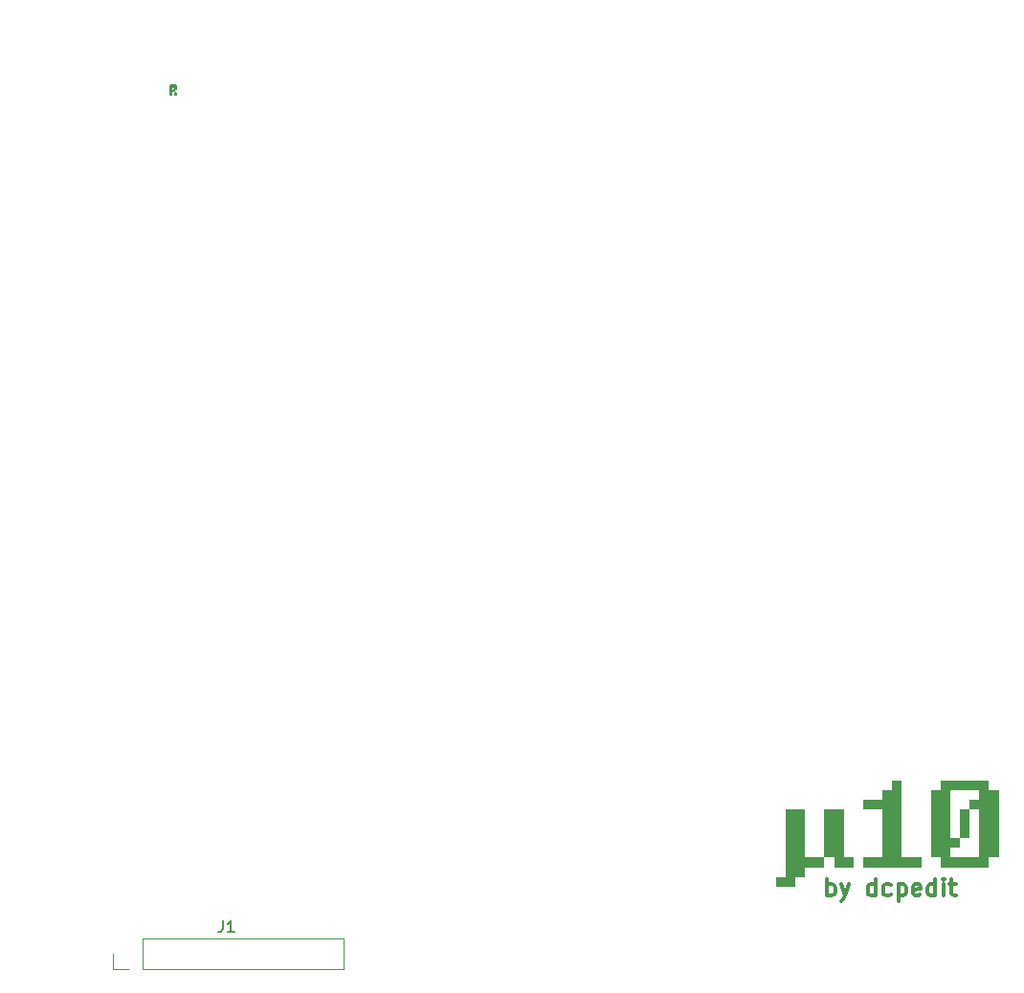
<source format=gto>
G04 #@! TF.GenerationSoftware,KiCad,Pcbnew,(6.0.1-0)*
G04 #@! TF.CreationDate,2022-03-18T18:41:34-07:00*
G04 #@! TF.ProjectId,micro10,6d696372-6f31-4302-9e6b-696361645f70,1*
G04 #@! TF.SameCoordinates,Original*
G04 #@! TF.FileFunction,Legend,Top*
G04 #@! TF.FilePolarity,Positive*
%FSLAX46Y46*%
G04 Gerber Fmt 4.6, Leading zero omitted, Abs format (unit mm)*
G04 Created by KiCad (PCBNEW (6.0.1-0)) date 2022-03-18 18:41:34*
%MOMM*%
%LPD*%
G01*
G04 APERTURE LIST*
%ADD10C,0.300000*%
%ADD11C,0.150000*%
%ADD12C,0.120000*%
%ADD13R,1.752600X1.752600*%
%ADD14C,1.752600*%
%ADD15C,3.987800*%
%ADD16C,1.750000*%
%ADD17C,3.000000*%
%ADD18C,3.048000*%
%ADD19R,1.700000X1.700000*%
%ADD20O,1.700000X1.700000*%
%ADD21C,1.200000*%
%ADD22C,2.100000*%
G04 APERTURE END LIST*
D10*
X210963571Y-111549571D02*
X210963571Y-110049571D01*
X210963571Y-110621000D02*
X211106428Y-110549571D01*
X211392142Y-110549571D01*
X211535000Y-110621000D01*
X211606428Y-110692428D01*
X211677857Y-110835285D01*
X211677857Y-111263857D01*
X211606428Y-111406714D01*
X211535000Y-111478142D01*
X211392142Y-111549571D01*
X211106428Y-111549571D01*
X210963571Y-111478142D01*
X212177857Y-110549571D02*
X212535000Y-111549571D01*
X212892142Y-110549571D02*
X212535000Y-111549571D01*
X212392142Y-111906714D01*
X212320714Y-111978142D01*
X212177857Y-112049571D01*
X215249285Y-111549571D02*
X215249285Y-110049571D01*
X215249285Y-111478142D02*
X215106428Y-111549571D01*
X214820714Y-111549571D01*
X214677857Y-111478142D01*
X214606428Y-111406714D01*
X214535000Y-111263857D01*
X214535000Y-110835285D01*
X214606428Y-110692428D01*
X214677857Y-110621000D01*
X214820714Y-110549571D01*
X215106428Y-110549571D01*
X215249285Y-110621000D01*
X216606428Y-111478142D02*
X216463571Y-111549571D01*
X216177857Y-111549571D01*
X216035000Y-111478142D01*
X215963571Y-111406714D01*
X215892142Y-111263857D01*
X215892142Y-110835285D01*
X215963571Y-110692428D01*
X216035000Y-110621000D01*
X216177857Y-110549571D01*
X216463571Y-110549571D01*
X216606428Y-110621000D01*
X217249285Y-110549571D02*
X217249285Y-112049571D01*
X217249285Y-110621000D02*
X217392142Y-110549571D01*
X217677857Y-110549571D01*
X217820714Y-110621000D01*
X217892142Y-110692428D01*
X217963571Y-110835285D01*
X217963571Y-111263857D01*
X217892142Y-111406714D01*
X217820714Y-111478142D01*
X217677857Y-111549571D01*
X217392142Y-111549571D01*
X217249285Y-111478142D01*
X219177857Y-111478142D02*
X219035000Y-111549571D01*
X218749285Y-111549571D01*
X218606428Y-111478142D01*
X218535000Y-111335285D01*
X218535000Y-110763857D01*
X218606428Y-110621000D01*
X218749285Y-110549571D01*
X219035000Y-110549571D01*
X219177857Y-110621000D01*
X219249285Y-110763857D01*
X219249285Y-110906714D01*
X218535000Y-111049571D01*
X220535000Y-111549571D02*
X220535000Y-110049571D01*
X220535000Y-111478142D02*
X220392142Y-111549571D01*
X220106428Y-111549571D01*
X219963571Y-111478142D01*
X219892142Y-111406714D01*
X219820714Y-111263857D01*
X219820714Y-110835285D01*
X219892142Y-110692428D01*
X219963571Y-110621000D01*
X220106428Y-110549571D01*
X220392142Y-110549571D01*
X220535000Y-110621000D01*
X221249285Y-111549571D02*
X221249285Y-110549571D01*
X221249285Y-110049571D02*
X221177857Y-110121000D01*
X221249285Y-110192428D01*
X221320714Y-110121000D01*
X221249285Y-110049571D01*
X221249285Y-110192428D01*
X221749285Y-110549571D02*
X222320714Y-110549571D01*
X221963571Y-110049571D02*
X221963571Y-111335285D01*
X222035000Y-111478142D01*
X222177857Y-111549571D01*
X222320714Y-111549571D01*
D11*
X157479166Y-113752380D02*
X157479166Y-114466666D01*
X157431547Y-114609523D01*
X157336309Y-114704761D01*
X157193452Y-114752380D01*
X157098214Y-114752380D01*
X158479166Y-114752380D02*
X157907738Y-114752380D01*
X158193452Y-114752380D02*
X158193452Y-113752380D01*
X158098214Y-113895238D01*
X158002976Y-113990476D01*
X157907738Y-114038095D01*
G36*
X208994741Y-108182876D02*
G01*
X210701662Y-108182876D01*
X210701662Y-109048207D01*
X208994741Y-109048207D01*
X208994741Y-109888087D01*
X208128542Y-109888087D01*
X208128542Y-110753417D01*
X206421622Y-110753417D01*
X206421622Y-109888087D01*
X207287820Y-109888087D01*
X207287820Y-103907125D01*
X208994741Y-103907125D01*
X208994741Y-108182876D01*
G37*
G36*
X212434059Y-108182876D02*
G01*
X213274781Y-108182876D01*
X213274781Y-109048207D01*
X211567860Y-109048207D01*
X211567860Y-108182876D01*
X210701662Y-108182876D01*
X210701662Y-103907125D01*
X212434059Y-103907125D01*
X212434059Y-108182876D01*
G37*
G36*
X217554821Y-108182876D02*
G01*
X219287218Y-108182876D01*
X219287218Y-109048207D01*
X214140980Y-109048207D01*
X214140980Y-108182876D01*
X215847900Y-108182876D01*
X215847900Y-103907125D01*
X214140980Y-103907125D01*
X214140980Y-103041794D01*
X215847900Y-103041794D01*
X215847900Y-102201914D01*
X216714099Y-102201914D01*
X216714099Y-101336584D01*
X217554821Y-101336584D01*
X217554821Y-108182876D01*
G37*
G36*
X220127940Y-102201914D02*
G01*
X220994139Y-102201914D01*
X220994139Y-101336584D01*
X225274179Y-101336584D01*
X225274179Y-102201914D01*
X226140378Y-102201914D01*
X226140378Y-108182876D01*
X225274179Y-108182876D01*
X225274179Y-109048207D01*
X220994139Y-109048207D01*
X220994139Y-108182876D01*
X221860338Y-108182876D01*
X224433457Y-108182876D01*
X224433457Y-103907125D01*
X223567258Y-103907125D01*
X223567258Y-103041794D01*
X224433457Y-103041794D01*
X224433457Y-102201914D01*
X221860338Y-102201914D01*
X221860338Y-106477666D01*
X222701060Y-106477666D01*
X222701060Y-107317545D01*
X221860338Y-107317545D01*
X221860338Y-108182876D01*
X220994139Y-108182876D01*
X220127940Y-108182876D01*
X220127940Y-102201914D01*
G37*
G36*
X223567258Y-106477666D02*
G01*
X222701060Y-106477666D01*
X222701060Y-103907125D01*
X223567258Y-103907125D01*
X223567258Y-106477666D01*
G37*
X153162818Y-40251860D02*
X153162818Y-40351860D01*
X153162818Y-40351860D02*
X153062818Y-40351860D01*
X153062818Y-40351860D02*
X153062818Y-40251860D01*
X153062818Y-40251860D02*
X153162818Y-40251860D01*
G36*
X153162818Y-40351860D02*
G01*
X153062818Y-40351860D01*
X153062818Y-40251860D01*
X153162818Y-40251860D01*
X153162818Y-40351860D01*
G37*
X153162818Y-40351860D02*
X153062818Y-40351860D01*
X153062818Y-40251860D01*
X153162818Y-40251860D01*
X153162818Y-40351860D01*
X153362818Y-39851860D02*
X153362818Y-39951860D01*
X153362818Y-39951860D02*
X152862818Y-39951860D01*
X152862818Y-39951860D02*
X152862818Y-39851860D01*
X152862818Y-39851860D02*
X153362818Y-39851860D01*
G36*
X153362818Y-39951860D02*
G01*
X152862818Y-39951860D01*
X152862818Y-39851860D01*
X153362818Y-39851860D01*
X153362818Y-39951860D01*
G37*
X153362818Y-39951860D02*
X152862818Y-39951860D01*
X152862818Y-39851860D01*
X153362818Y-39851860D01*
X153362818Y-39951860D01*
X152962818Y-39851860D02*
X152962818Y-40651860D01*
X152962818Y-40651860D02*
X152862818Y-40651860D01*
X152862818Y-40651860D02*
X152862818Y-39851860D01*
X152862818Y-39851860D02*
X152962818Y-39851860D01*
G36*
X152962818Y-40651860D02*
G01*
X152862818Y-40651860D01*
X152862818Y-39851860D01*
X152962818Y-39851860D01*
X152962818Y-40651860D01*
G37*
X152962818Y-40651860D02*
X152862818Y-40651860D01*
X152862818Y-39851860D01*
X152962818Y-39851860D01*
X152962818Y-40651860D01*
X153362818Y-39851860D02*
X153362818Y-40151860D01*
X153362818Y-40151860D02*
X153262818Y-40151860D01*
X153262818Y-40151860D02*
X153262818Y-39851860D01*
X153262818Y-39851860D02*
X153362818Y-39851860D01*
G36*
X153362818Y-40151860D02*
G01*
X153262818Y-40151860D01*
X153262818Y-39851860D01*
X153362818Y-39851860D01*
X153362818Y-40151860D01*
G37*
X153362818Y-40151860D02*
X153262818Y-40151860D01*
X153262818Y-39851860D01*
X153362818Y-39851860D01*
X153362818Y-40151860D01*
X153362818Y-40451860D02*
X153362818Y-40651860D01*
X153362818Y-40651860D02*
X153262818Y-40651860D01*
X153262818Y-40651860D02*
X153262818Y-40451860D01*
X153262818Y-40451860D02*
X153362818Y-40451860D01*
G36*
X153362818Y-40651860D02*
G01*
X153262818Y-40651860D01*
X153262818Y-40451860D01*
X153362818Y-40451860D01*
X153362818Y-40651860D01*
G37*
X153362818Y-40651860D02*
X153262818Y-40651860D01*
X153262818Y-40451860D01*
X153362818Y-40451860D01*
X153362818Y-40651860D01*
D12*
X150351250Y-115351250D02*
X168191250Y-115351250D01*
X147751250Y-118011250D02*
X147751250Y-116681250D01*
X149081250Y-118011250D02*
X147751250Y-118011250D01*
X168191250Y-118011250D02*
X168191250Y-115351250D01*
X150351250Y-118011250D02*
X168191250Y-118011250D01*
X150351250Y-118011250D02*
X150351250Y-115351250D01*
D13*
X140811250Y-35242500D03*
D14*
X140811250Y-37782500D03*
X140811250Y-40322500D03*
X140811250Y-42862500D03*
X140811250Y-45402500D03*
X140811250Y-47942500D03*
X140811250Y-50482500D03*
X140811250Y-53022500D03*
X140811250Y-55562500D03*
X140811250Y-58102500D03*
X140811250Y-60642500D03*
X140811250Y-63182500D03*
X156051250Y-63182500D03*
X156051250Y-60642500D03*
X156051250Y-58102500D03*
X156051250Y-55562500D03*
X156051250Y-53022500D03*
X156051250Y-50482500D03*
X156051250Y-47942500D03*
X156051250Y-45402500D03*
X156051250Y-42862500D03*
X156051250Y-40322500D03*
X156051250Y-37782500D03*
X156051250Y-35242500D03*
X143351250Y-63182500D03*
X145891250Y-63182500D03*
X148431250Y-63182500D03*
X150971250Y-63182500D03*
X153511250Y-63182500D03*
%LPC*%
D13*
X140811250Y-35242500D03*
D14*
X140811250Y-37782500D03*
X140811250Y-40322500D03*
X140811250Y-42862500D03*
X140811250Y-45402500D03*
X140811250Y-47942500D03*
X140811250Y-50482500D03*
X140811250Y-53022500D03*
X140811250Y-55562500D03*
X140811250Y-58102500D03*
X140811250Y-60642500D03*
X140811250Y-63182500D03*
X156051250Y-63182500D03*
X156051250Y-60642500D03*
X156051250Y-58102500D03*
X156051250Y-55562500D03*
X156051250Y-53022500D03*
X156051250Y-50482500D03*
X156051250Y-47942500D03*
X156051250Y-45402500D03*
X156051250Y-42862500D03*
X156051250Y-40322500D03*
X156051250Y-37782500D03*
X156051250Y-35242500D03*
X143351250Y-63182500D03*
X145891250Y-63182500D03*
X148431250Y-63182500D03*
X150971250Y-63182500D03*
X153511250Y-63182500D03*
D15*
X74612500Y-106362500D03*
D16*
X69532500Y-106362500D03*
D17*
X70802500Y-103822500D03*
X77152500Y-101282500D03*
D16*
X79692500Y-106362500D03*
X196373750Y-68262500D03*
D17*
X193833750Y-63182500D03*
X187483750Y-65722500D03*
D15*
X191293750Y-68262500D03*
D16*
X186213750Y-68262500D03*
X152876250Y-106362500D03*
D15*
X91281250Y-98107500D03*
X157956250Y-106362500D03*
D17*
X160496250Y-101282500D03*
D18*
X224631250Y-113347500D03*
D17*
X154146250Y-103822500D03*
D16*
X163036250Y-106362500D03*
D18*
X91281250Y-113347500D03*
D15*
X224631250Y-98107500D03*
D16*
X148113750Y-68262500D03*
X158273750Y-68262500D03*
D17*
X150653750Y-73342500D03*
X157003750Y-70802500D03*
D15*
X153193750Y-68262500D03*
D16*
X148431250Y-44132500D03*
D17*
X145891250Y-53022500D03*
D15*
X148431250Y-49212500D03*
D16*
X148431250Y-54292500D03*
D17*
X143351250Y-46672500D03*
D19*
X149081250Y-116681250D03*
D20*
X151621250Y-116681250D03*
X154161250Y-116681250D03*
X156701250Y-116681250D03*
X159241250Y-116681250D03*
X161781250Y-116681250D03*
X164321250Y-116681250D03*
X166861250Y-116681250D03*
D16*
X241617500Y-68262500D03*
D17*
X232727500Y-65722500D03*
D15*
X236537500Y-68262500D03*
D16*
X231457500Y-68262500D03*
D17*
X239077500Y-63182500D03*
X111283750Y-65722500D03*
X117633750Y-63182500D03*
D15*
X115093750Y-68262500D03*
D16*
X110013750Y-68262500D03*
X120173750Y-68262500D03*
D17*
X170021250Y-44132500D03*
D15*
X167481250Y-49212500D03*
D17*
X163671250Y-46672500D03*
D16*
X162401250Y-49212500D03*
X172561250Y-49212500D03*
X238601250Y-106362500D03*
D17*
X239871250Y-103822500D03*
X246221250Y-101282500D03*
D16*
X248761250Y-106362500D03*
D15*
X243681250Y-106362500D03*
D16*
X136842500Y-106362500D03*
D18*
X119824500Y-113347500D03*
D15*
X119824500Y-98107500D03*
D18*
X143700500Y-113347500D03*
D16*
X126682500Y-106362500D03*
D17*
X127952500Y-103822500D03*
D15*
X143700500Y-98107500D03*
X131762500Y-106362500D03*
D17*
X134302500Y-101282500D03*
D15*
X124618750Y-87312500D03*
D16*
X119538750Y-87312500D03*
D17*
X120808750Y-84772500D03*
D16*
X129698750Y-87312500D03*
D17*
X127158750Y-82232500D03*
X168433750Y-65722500D03*
D15*
X172243750Y-68262500D03*
D17*
X174783750Y-63182500D03*
D16*
X177323750Y-68262500D03*
X167163750Y-68262500D03*
D17*
X131603750Y-73342500D03*
D15*
X134143750Y-68262500D03*
D17*
X137953750Y-70802500D03*
D16*
X139223750Y-68262500D03*
X129063750Y-68262500D03*
D17*
X101758750Y-84772500D03*
D16*
X100488750Y-87312500D03*
D15*
X105568750Y-87312500D03*
D16*
X110648750Y-87312500D03*
D17*
X108108750Y-82232500D03*
D16*
X205898750Y-87312500D03*
X195738750Y-87312500D03*
D17*
X197008750Y-84772500D03*
X203358750Y-82232500D03*
D15*
X200818750Y-87312500D03*
D17*
X229235000Y-91122500D03*
D16*
X231775000Y-82232500D03*
D15*
X231775000Y-87312500D03*
D17*
X226695000Y-84772500D03*
D16*
X231775000Y-92392500D03*
D15*
X219837000Y-79057500D03*
D18*
X243713000Y-94297500D03*
D15*
X243713000Y-79057500D03*
D18*
X219837000Y-94297500D03*
D17*
X220821250Y-46672500D03*
X227171250Y-44132500D03*
D15*
X224631250Y-49212500D03*
D16*
X229711250Y-49212500D03*
X219551250Y-49212500D03*
D15*
X72231250Y-49212500D03*
D17*
X74771250Y-44132500D03*
D16*
X67151250Y-49212500D03*
D17*
X68421250Y-46672500D03*
D16*
X77311250Y-49212500D03*
D17*
X189071250Y-44132500D03*
D16*
X181451250Y-49212500D03*
D15*
X186531250Y-49212500D03*
D17*
X182721250Y-46672500D03*
D16*
X191611250Y-49212500D03*
D17*
X181927500Y-101282500D03*
X175577500Y-103822500D03*
D16*
X174307500Y-106362500D03*
D15*
X191325500Y-98107500D03*
X179387500Y-106362500D03*
D18*
X167449500Y-113347500D03*
X191325500Y-113347500D03*
D15*
X167449500Y-98107500D03*
D16*
X184467500Y-106362500D03*
X215423750Y-68262500D03*
D17*
X206533750Y-65722500D03*
X212883750Y-63182500D03*
D15*
X210343750Y-68262500D03*
D16*
X205263750Y-68262500D03*
D17*
X217328750Y-91122500D03*
D15*
X219868750Y-87312500D03*
D17*
X214788750Y-84772500D03*
D16*
X219868750Y-92392500D03*
X219868750Y-82232500D03*
X200501250Y-49212500D03*
D17*
X208121250Y-44132500D03*
X201771250Y-46672500D03*
D15*
X205581250Y-49212500D03*
D16*
X210661250Y-49212500D03*
D17*
X177958750Y-84772500D03*
D16*
X186848750Y-87312500D03*
D17*
X184308750Y-82232500D03*
D16*
X176688750Y-87312500D03*
D15*
X181768750Y-87312500D03*
D16*
X167798750Y-87312500D03*
D17*
X158908750Y-84772500D03*
D15*
X162718750Y-87312500D03*
D17*
X165258750Y-82232500D03*
D16*
X157638750Y-87312500D03*
D17*
X93821250Y-44132500D03*
D15*
X91281250Y-49212500D03*
D17*
X87471250Y-46672500D03*
D16*
X96361250Y-49212500D03*
X86201250Y-49212500D03*
D15*
X129381250Y-49212500D03*
D16*
X124301250Y-49212500D03*
D17*
X125571250Y-46672500D03*
X131921250Y-44132500D03*
D16*
X134461250Y-49212500D03*
D17*
X146208750Y-82232500D03*
D16*
X148748750Y-87312500D03*
D15*
X143668750Y-87312500D03*
D16*
X138588750Y-87312500D03*
D17*
X139858750Y-84772500D03*
D15*
X74612500Y-68262500D03*
D16*
X79692500Y-68262500D03*
D17*
X70802500Y-65722500D03*
X77152500Y-63182500D03*
D16*
X69532500Y-68262500D03*
D15*
X79375000Y-87312500D03*
D17*
X75565000Y-84772500D03*
D16*
X74295000Y-87312500D03*
X84455000Y-87312500D03*
D17*
X81915000Y-82232500D03*
D16*
X238601250Y-49212500D03*
D17*
X246221250Y-44132500D03*
X239871250Y-46672500D03*
D16*
X248761250Y-49212500D03*
D15*
X243681250Y-49212500D03*
D18*
X207956150Y-113347500D03*
X107956350Y-113347500D03*
D15*
X107956350Y-98107500D03*
X207956150Y-98107500D03*
D17*
X238760000Y-91122500D03*
X236220000Y-84772500D03*
D16*
X241300000Y-82232500D03*
D15*
X241300000Y-87312500D03*
D16*
X241300000Y-92392500D03*
D17*
X92233750Y-65722500D03*
D16*
X90963750Y-68262500D03*
X101123750Y-68262500D03*
D17*
X98583750Y-63182500D03*
D15*
X96043750Y-68262500D03*
D17*
X106521250Y-46672500D03*
D15*
X110331250Y-49212500D03*
D17*
X112871250Y-44132500D03*
D16*
X105251250Y-49212500D03*
X115411250Y-49212500D03*
D21*
X162600000Y-32633750D03*
D22*
X166100000Y-36333750D03*
X159090000Y-36333750D03*
D16*
X165100000Y-33843750D03*
X160100000Y-33843750D03*
M02*

</source>
